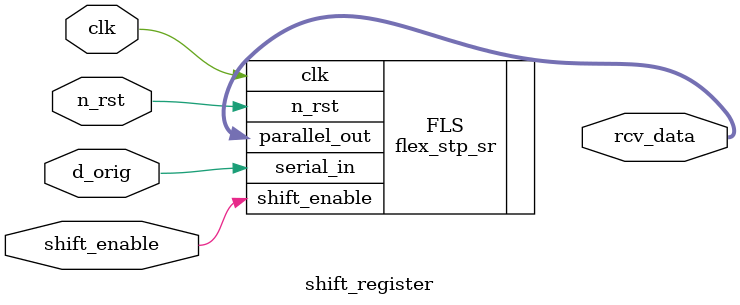
<source format=sv>


module shift_register
(
	input wire clk,
	input wire n_rst,
	input wire shift_enable,
	input d_orig,
	output wire [7:0] rcv_data


);

flex_stp_sr 
#(
	.NUM_BITS(8), 
	.SHIFT_MSB(0)
)FLS
(
	.clk(clk),
	.n_rst(n_rst),
	.shift_enable(shift_enable),	
	.serial_in(d_orig),
	.parallel_out(rcv_data)
	
);

endmodule




/*
`timescale 1ns /100ps

module adder_1bit
(
	input wire a,
	input wire b,
	input wire carry_in,
	
	output reg sum,
	output reg carry_out
);
 
always @ (a,b, carry_in)
   begin
      assert(( a == 1'b1) || (a == 1'b0))
      else $error("Input 'a' of component is not a digital logic value");

      assert((b == 1'b1) || (b == 1'b0))
      else $error("Input 'b' of component is not a digital logic value");

      assert((carry_in == 1'b1) || (carry_in == 1'b0))
      else $error("Input 'carry_in' of component is not a digital logic value");
	
   end



  assign sum = carry_in ^ (a ^ b);
  assign carry_out = ((! carry_in) & b & a) | (carry_in & (b | a));


   
   always @ (a, b, carry_in)
   begin
     #(2) assert (((a+b+carry_in)%2) == sum)
       else $error("Output 's' of first 1 bit adder is not correct");
   end
	

endmodule
*/



/*
`timescale 1ns /100ps

module adder_1bit
(
	input wire a,
	input wire b,
	input wire carry_in,
	
	output reg sum,
	output reg carry_out
);
 
always @ (a,b, carry_in)
   begin
      assert(( a == 1'b1) || (a == 1'b0))
      else $error("Input 'a' of component is not a digital logic value");

      assert((b == 1'b1) || (b == 1'b0))
      else $error("Input 'b' of component is not a digital logic value");

      assert((carry_in == 1'b1) || (carry_in == 1'b0))
      else $error("Input 'carry_in' of component is not a digital logic value");
	
   end



  assign sum = carry_in ^ (a ^ b);
  assign carry_out = ((! carry_in) & b & a) | (carry_in & (b | a));


   
   always @ (a, b, carry_in)
   begin
     #(2) assert (((a+b+carry_in)%2) == sum)
       else $error("Output 's' of first 1 bit adder is not correct");
   end
	

endmodule
*/


















/*
`timescale 1ns /100ps

module adder_1bit
(
	input wire a,
	input wire b,
	input wire carry_in,
	
	output reg sum,
	output reg carry_out
);
 
always @ (a,b, carry_in)
   begin
      assert(( a == 1'b1) || (a == 1'b0))
      else $error("Input 'a' of component is not a digital logic value");

      assert((b == 1'b1) || (b == 1'b0))
      else $error("Input 'b' of component is not a digital logic value");

      assert((carry_in == 1'b1) || (carry_in == 1'b0))
      else $error("Input 'carry_in' of component is not a digital logic value");
	
   end



  assign sum = carry_in ^ (a ^ b);
  assign carry_out = ((! carry_in) & b & a) | (carry_in & (b | a));


   
   always @ (a, b, carry_in)
   begin
     #(2) assert (((a+b+carry_in)%2) == sum)
       else $error("Output 's' of first 1 bit adder is not correct");
   end
	

endmodule
`timescale 1ns /100ps

module adder_1bit
(
	input wire a,
	input wire b,
	input wire carry_in,
	
	output reg sum,
	output reg carry_out
);
 
always @ (a,b, carry_in)
   begin
      assert(( a == 1'b1) || (a == 1'b0))
      else $error("Input 'a' of component is not a digital logic value");

      assert((b == 1'b1) || (b == 1'b0))
      else $error("Input 'b' of component is not a digital logic value");

      assert((carry_in == 1'b1) || (carry_in == 1'b0))
      else $error("Input 'carry_in' of component is not a digital logic value");
	
   end



  assign sum = carry_in ^ (a ^ b);
  assign carry_out = ((! carry_in) & b & a) | (carry_in & (b | a));


   
   always @ (a, b, carry_in)
   begin
     #(2) assert (((a+b+carry_in)%2) == sum)
       else $error("Output 's' of first 1 bit adder is not correct");
   end
	

endmodule

*/

// $Id: $
// File name:   $
// Created:     $
// Author:      $
// Description: $
/*
module sync
(

	input wire clk,
	input wire n_rst,
	input wire async_in,
	output reg sync_out

);

	reg signal1;
	reg signal2;

	always_ff @ (posedge clk, negedge n_rst)
	begin : sync1
		if(1'b0 == n_rst)
		begin
			signal1 <= 0;
		end
		else
		begin
			signal1 <= async_in;
		end
	end

	always_ff @ (posedge clk, negedge n_rst)
	begin : sync2
		if(1'b0 == n_rst)
		begin
			signal2 <= 0;
		end
		else
		begin
			if( 1'b1 == signal1 ) 
			begin
				signal2 <= signal1;
			end
			else
			begin
				signal2 <= 0;
			end
		end	
	end
	assign sync_out = signal2;


endmodule*/// $Id: $
// File name:   $
// Created:     $
// Author:      $
// Description: $
/*
module sync
(

	input wire clk,
	input wire n_rst,
	input wire async_in,
	output reg sync_out

);

	reg signal1;
	reg signal2;

	always_ff @ (posedge clk, negedge n_rst)
	begin : sync1
		if(1'b0 == n_rst)
		begin
			signal1 <= 0;
		end
		else
		begin
			signal1 <= async_in;
		end
	end

	always_ff @ (posedge clk, negedge n_rst)
	begin : sync2
		if(1'b0 == n_rst)
		begin
			signal2 <= 0;
		end
		else
		begin
			if( 1'b1 == signal1 ) 
			begin
				signal2 <= signal1;
			end
			else
			begin
				signal2 <= 0;
			end
		end	
	end
	assign sync_out = signal2;


endmodule*/// $Id: $
// File name:   $
// Created:     $
// Author:      $
// Description: $
/*
module sync
(

	input wire clk,
	input wire n_rst,
	input wire async_in,
	output reg sync_out

);

	reg signal1;
	reg signal2;

	always_ff @ (posedge clk, negedge n_rst)
	begin : sync1
		if(1'b0 == n_rst)
		begin
			signal1 <= 0;
		end
		else
		begin
			signal1 <= async_in;
		end
	end

	always_ff @ (posedge clk, negedge n_rst)
	begin : sync2
		if(1'b0 == n_rst)
		begin
			signal2 <= 0;
		end
		else
		begin
			if( 1'b1 == signal1 ) 
			begin
				signal2 <= signal1;
			end
			else
			begin
				signal2 <= 0;
			end
		end	
	end
	assign sync_out = signal2;


endmodule*/// $Id: $
// File name:   $
// Created:     $
// Author:      $
// Description: $
/*
module sync
(

	input wire clk,
	input wire n_rst,
	input wire async_in,
	output reg sync_out

);

	reg signal1;
	reg signal2;

	always_ff @ (posedge clk, negedge n_rst)
	begin : sync1
		if(1'b0 == n_rst)
		begin
			signal1 <= 0;
		end
		else
		begin
			signal1 <= async_in;
		end
	end

	always_ff @ (posedge clk, negedge n_rst)
	begin : sync2
		if(1'b0 == n_rst)
		begin
			signal2 <= 0;
		end
		else
		begin
			if( 1'b1 == signal1 ) 
			begin
				signal2 <= signal1;
			end
			else
			begin
				signal2 <= 0;
			end
		end	
	end
	assign sync_out = signal2;


endmodule*/

</source>
